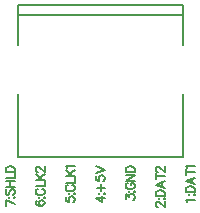
<source format=gto>
G04*
G04 #@! TF.GenerationSoftware,Altium Limited,Altium Designer,20.1.14 (287)*
G04*
G04 Layer_Color=65535*
%FSLAX24Y24*%
%MOIN*%
G70*
G04*
G04 #@! TF.SameCoordinates,2A1C6D17-A087-48F9-B170-56E9D240733E*
G04*
G04*
G04 #@! TF.FilePolarity,Positive*
G04*
G01*
G75*
%ADD10C,0.0050*%
D10*
X-5744Y7000D02*
Y7319D01*
X-232D01*
Y7000D02*
Y7319D01*
X-5744Y2268D02*
X-232D01*
X-5744Y7000D02*
X-232D01*
X-5744Y2268D02*
Y4350D01*
Y6000D02*
Y7000D01*
X-232Y2268D02*
Y4350D01*
Y6000D02*
Y7000D01*
X-2150Y852D02*
Y1009D01*
X-2036Y923D01*
Y966D01*
X-2021Y994D01*
X-2007Y1009D01*
X-1964Y1023D01*
X-1936D01*
X-1893Y1009D01*
X-1864Y980D01*
X-1850Y937D01*
Y895D01*
X-1864Y852D01*
X-1879Y837D01*
X-1907Y823D01*
X-2050Y1104D02*
X-2036Y1090D01*
X-2021Y1104D01*
X-2036Y1119D01*
X-2050Y1104D01*
X-1879D02*
X-1864Y1090D01*
X-1850Y1104D01*
X-1864Y1119D01*
X-1879Y1104D01*
X-2079Y1399D02*
X-2107Y1384D01*
X-2136Y1356D01*
X-2150Y1327D01*
Y1270D01*
X-2136Y1242D01*
X-2107Y1213D01*
X-2079Y1199D01*
X-2036Y1184D01*
X-1964D01*
X-1921Y1199D01*
X-1893Y1213D01*
X-1864Y1242D01*
X-1850Y1270D01*
Y1327D01*
X-1864Y1356D01*
X-1893Y1384D01*
X-1921Y1399D01*
X-1964D01*
Y1327D02*
Y1399D01*
X-2150Y1467D02*
X-1850D01*
X-2150D02*
X-1850Y1667D01*
X-2150D02*
X-1850D01*
X-2150Y1750D02*
X-1850D01*
X-2150D02*
Y1850D01*
X-2136Y1893D01*
X-2107Y1921D01*
X-2079Y1936D01*
X-2036Y1950D01*
X-1964D01*
X-1921Y1936D01*
X-1893Y1921D01*
X-1864Y1893D01*
X-1850Y1850D01*
Y1750D01*
X-4150Y919D02*
Y776D01*
X-4021Y762D01*
X-4036Y776D01*
X-4050Y819D01*
Y862D01*
X-4036Y905D01*
X-4007Y933D01*
X-3964Y947D01*
X-3936D01*
X-3893Y933D01*
X-3864Y905D01*
X-3850Y862D01*
Y819D01*
X-3864Y776D01*
X-3879Y762D01*
X-3907Y747D01*
X-4050Y1029D02*
X-4036Y1014D01*
X-4021Y1029D01*
X-4036Y1043D01*
X-4050Y1029D01*
X-3879D02*
X-3864Y1014D01*
X-3850Y1029D01*
X-3864Y1043D01*
X-3879Y1029D01*
X-4079Y1323D02*
X-4107Y1309D01*
X-4136Y1280D01*
X-4150Y1252D01*
Y1194D01*
X-4136Y1166D01*
X-4107Y1137D01*
X-4079Y1123D01*
X-4036Y1109D01*
X-3964D01*
X-3921Y1123D01*
X-3893Y1137D01*
X-3864Y1166D01*
X-3850Y1194D01*
Y1252D01*
X-3864Y1280D01*
X-3893Y1309D01*
X-3921Y1323D01*
X-4150Y1407D02*
X-3850D01*
Y1579D01*
X-4150Y1611D02*
X-3850D01*
X-4150Y1811D02*
X-3950Y1611D01*
X-4021Y1683D02*
X-3850Y1811D01*
X-4093Y1879D02*
X-4107Y1907D01*
X-4150Y1950D01*
X-3850D01*
X-6150Y835D02*
X-5850Y692D01*
X-6150Y635D02*
Y835D01*
X-6050Y916D02*
X-6036Y902D01*
X-6021Y916D01*
X-6036Y930D01*
X-6050Y916D01*
X-5879D02*
X-5864Y902D01*
X-5850Y916D01*
X-5864Y930D01*
X-5879Y916D01*
X-6107Y1196D02*
X-6136Y1167D01*
X-6150Y1124D01*
Y1067D01*
X-6136Y1024D01*
X-6107Y996D01*
X-6079D01*
X-6050Y1010D01*
X-6036Y1024D01*
X-6021Y1053D01*
X-5993Y1139D01*
X-5979Y1167D01*
X-5964Y1182D01*
X-5936Y1196D01*
X-5893D01*
X-5864Y1167D01*
X-5850Y1124D01*
Y1067D01*
X-5864Y1024D01*
X-5893Y996D01*
X-6150Y1263D02*
X-5850D01*
X-6150Y1463D02*
X-5850D01*
X-6007Y1263D02*
Y1463D01*
X-6150Y1546D02*
X-5850D01*
Y1717D01*
X-6150Y1750D02*
X-5850D01*
X-6150D02*
Y1850D01*
X-6136Y1893D01*
X-6107Y1921D01*
X-6079Y1936D01*
X-6036Y1950D01*
X-5964D01*
X-5921Y1936D01*
X-5893Y1921D01*
X-5864Y1893D01*
X-5850Y1850D01*
Y1750D01*
X-93Y763D02*
X-107Y792D01*
X-150Y835D01*
X150D01*
X-50Y997D02*
X-36Y983D01*
X-21Y997D01*
X-36Y1012D01*
X-50Y997D01*
X121D02*
X136Y983D01*
X150Y997D01*
X136Y1012D01*
X121Y997D01*
X-150Y1077D02*
X150D01*
X-150D02*
Y1177D01*
X-136Y1220D01*
X-107Y1249D01*
X-79Y1263D01*
X-36Y1277D01*
X36D01*
X79Y1263D01*
X107Y1249D01*
X136Y1220D01*
X150Y1177D01*
Y1077D01*
Y1573D02*
X-150Y1459D01*
X150Y1344D01*
X50Y1387D02*
Y1530D01*
X-150Y1743D02*
X150D01*
X-150Y1643D02*
Y1843D01*
X-93Y1879D02*
X-107Y1907D01*
X-150Y1950D01*
X150D01*
X-5107Y806D02*
X-5136Y792D01*
X-5150Y749D01*
Y720D01*
X-5136Y677D01*
X-5093Y649D01*
X-5021Y635D01*
X-4950D01*
X-4893Y649D01*
X-4864Y677D01*
X-4850Y720D01*
Y735D01*
X-4864Y777D01*
X-4893Y806D01*
X-4936Y820D01*
X-4950D01*
X-4993Y806D01*
X-5021Y777D01*
X-5036Y735D01*
Y720D01*
X-5021Y677D01*
X-4993Y649D01*
X-4950Y635D01*
X-5050Y900D02*
X-5036Y886D01*
X-5021Y900D01*
X-5036Y915D01*
X-5050Y900D01*
X-4879D02*
X-4864Y886D01*
X-4850Y900D01*
X-4864Y915D01*
X-4879Y900D01*
X-5079Y1194D02*
X-5107Y1180D01*
X-5136Y1152D01*
X-5150Y1123D01*
Y1066D01*
X-5136Y1037D01*
X-5107Y1009D01*
X-5079Y994D01*
X-5036Y980D01*
X-4964D01*
X-4921Y994D01*
X-4893Y1009D01*
X-4864Y1037D01*
X-4850Y1066D01*
Y1123D01*
X-4864Y1152D01*
X-4893Y1180D01*
X-4921Y1194D01*
X-5150Y1279D02*
X-4850D01*
Y1450D01*
X-5150Y1483D02*
X-4850D01*
X-5150Y1683D02*
X-4950Y1483D01*
X-5021Y1554D02*
X-4850Y1683D01*
X-5079Y1764D02*
X-5093D01*
X-5121Y1779D01*
X-5136Y1793D01*
X-5150Y1821D01*
Y1879D01*
X-5136Y1907D01*
X-5121Y1921D01*
X-5093Y1936D01*
X-5064D01*
X-5036Y1921D01*
X-4993Y1893D01*
X-4850Y1750D01*
Y1950D01*
X-3150Y890D02*
X-2950Y747D01*
Y962D01*
X-3150Y890D02*
X-2850D01*
X-3050Y1029D02*
X-3036Y1014D01*
X-3021Y1029D01*
X-3036Y1043D01*
X-3050Y1029D01*
X-2879D02*
X-2864Y1014D01*
X-2850Y1029D01*
X-2864Y1043D01*
X-2879Y1029D01*
X-3107Y1237D02*
X-2850D01*
X-2979Y1109D02*
Y1366D01*
X-3150Y1626D02*
Y1483D01*
X-3021Y1469D01*
X-3036Y1483D01*
X-3050Y1526D01*
Y1569D01*
X-3036Y1611D01*
X-3007Y1640D01*
X-2964Y1654D01*
X-2936D01*
X-2893Y1640D01*
X-2864Y1611D01*
X-2850Y1569D01*
Y1526D01*
X-2864Y1483D01*
X-2879Y1469D01*
X-2907Y1454D01*
X-3150Y1721D02*
X-2850Y1836D01*
X-3150Y1950D02*
X-2850Y1836D01*
X-1079Y602D02*
X-1093D01*
X-1121Y616D01*
X-1136Y630D01*
X-1150Y659D01*
Y716D01*
X-1136Y745D01*
X-1121Y759D01*
X-1093Y773D01*
X-1064D01*
X-1036Y759D01*
X-993Y730D01*
X-850Y587D01*
Y787D01*
X-1050Y869D02*
X-1036Y855D01*
X-1021Y869D01*
X-1036Y883D01*
X-1050Y869D01*
X-879D02*
X-864Y855D01*
X-850Y869D01*
X-864Y883D01*
X-879Y869D01*
X-1150Y949D02*
X-850D01*
X-1150D02*
Y1049D01*
X-1136Y1092D01*
X-1107Y1120D01*
X-1079Y1134D01*
X-1036Y1149D01*
X-964D01*
X-921Y1134D01*
X-893Y1120D01*
X-864Y1092D01*
X-850Y1049D01*
Y949D01*
Y1444D02*
X-1150Y1330D01*
X-850Y1216D01*
X-950Y1259D02*
Y1402D01*
X-1150Y1614D02*
X-850D01*
X-1150Y1514D02*
Y1714D01*
X-1079Y1764D02*
X-1093D01*
X-1121Y1779D01*
X-1136Y1793D01*
X-1150Y1821D01*
Y1879D01*
X-1136Y1907D01*
X-1121Y1921D01*
X-1093Y1936D01*
X-1064D01*
X-1036Y1921D01*
X-993Y1893D01*
X-850Y1750D01*
Y1950D01*
M02*

</source>
